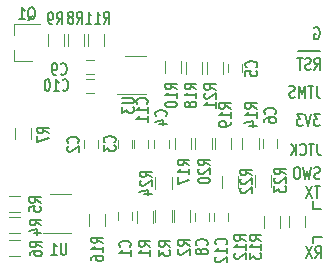
<source format=gbo>
%TF.GenerationSoftware,KiCad,Pcbnew,4.0.7*%
%TF.CreationDate,2017-11-19T11:54:36+08:00*%
%TF.ProjectId,ST-Link V2.1,53542D4C696E6B2056322E312E6B6963,rev?*%
%TF.FileFunction,Legend,Bot*%
%FSLAX46Y46*%
G04 Gerber Fmt 4.6, Leading zero omitted, Abs format (unit mm)*
G04 Created by KiCad (PCBNEW 4.0.7) date 11/19/17 11:54:36*
%MOMM*%
%LPD*%
G01*
G04 APERTURE LIST*
%ADD10C,0.100000*%
%ADD11C,0.200000*%
%ADD12C,0.120000*%
G04 APERTURE END LIST*
D10*
D11*
X145700000Y-117400000D02*
X145700000Y-117900000D01*
X145700000Y-117400000D02*
X146500000Y-117400000D01*
X145700000Y-115000000D02*
X146400000Y-115000000D01*
X145700000Y-114300000D02*
X145700000Y-115000000D01*
X145933333Y-119152381D02*
X146200000Y-118676190D01*
X146390476Y-119152381D02*
X146390476Y-118152381D01*
X146085714Y-118152381D01*
X146009523Y-118200000D01*
X145971428Y-118247619D01*
X145933333Y-118342857D01*
X145933333Y-118485714D01*
X145971428Y-118580952D01*
X146009523Y-118628571D01*
X146085714Y-118676190D01*
X146390476Y-118676190D01*
X145666666Y-118152381D02*
X145133333Y-119152381D01*
X145133333Y-118152381D02*
X145666666Y-119152381D01*
X146309524Y-113052381D02*
X145852381Y-113052381D01*
X146080952Y-114052381D02*
X146080952Y-113052381D01*
X145661904Y-113052381D02*
X145128571Y-114052381D01*
X145128571Y-113052381D02*
X145661904Y-114052381D01*
X146304762Y-112404762D02*
X146190476Y-112452381D01*
X146000000Y-112452381D01*
X145923810Y-112404762D01*
X145885714Y-112357143D01*
X145847619Y-112261905D01*
X145847619Y-112166667D01*
X145885714Y-112071429D01*
X145923810Y-112023810D01*
X146000000Y-111976190D01*
X146152381Y-111928571D01*
X146228572Y-111880952D01*
X146266667Y-111833333D01*
X146304762Y-111738095D01*
X146304762Y-111642857D01*
X146266667Y-111547619D01*
X146228572Y-111500000D01*
X146152381Y-111452381D01*
X145961905Y-111452381D01*
X145847619Y-111500000D01*
X145580952Y-111452381D02*
X145390476Y-112452381D01*
X145238095Y-111738095D01*
X145085714Y-112452381D01*
X144895238Y-111452381D01*
X144438095Y-111452381D02*
X144285714Y-111452381D01*
X144209523Y-111500000D01*
X144133333Y-111595238D01*
X144095238Y-111785714D01*
X144095238Y-112119048D01*
X144133333Y-112309524D01*
X144209523Y-112404762D01*
X144285714Y-112452381D01*
X144438095Y-112452381D01*
X144514285Y-112404762D01*
X144590476Y-112309524D01*
X144628571Y-112119048D01*
X144628571Y-111785714D01*
X144590476Y-111595238D01*
X144514285Y-111500000D01*
X144438095Y-111452381D01*
X146090476Y-109452381D02*
X146090476Y-110166667D01*
X146128572Y-110309524D01*
X146204762Y-110404762D01*
X146319048Y-110452381D01*
X146395238Y-110452381D01*
X145823810Y-109452381D02*
X145366667Y-109452381D01*
X145595238Y-110452381D02*
X145595238Y-109452381D01*
X144642857Y-110357143D02*
X144680952Y-110404762D01*
X144795238Y-110452381D01*
X144871428Y-110452381D01*
X144985714Y-110404762D01*
X145061905Y-110309524D01*
X145100000Y-110214286D01*
X145138095Y-110023810D01*
X145138095Y-109880952D01*
X145100000Y-109690476D01*
X145061905Y-109595238D01*
X144985714Y-109500000D01*
X144871428Y-109452381D01*
X144795238Y-109452381D01*
X144680952Y-109500000D01*
X144642857Y-109547619D01*
X144300000Y-110452381D02*
X144300000Y-109452381D01*
X143842857Y-110452381D02*
X144185714Y-109880952D01*
X143842857Y-109452381D02*
X144300000Y-110023810D01*
X146290476Y-106952381D02*
X145795238Y-106952381D01*
X146061905Y-107333333D01*
X145947619Y-107333333D01*
X145871429Y-107380952D01*
X145833333Y-107428571D01*
X145795238Y-107523810D01*
X145795238Y-107761905D01*
X145833333Y-107857143D01*
X145871429Y-107904762D01*
X145947619Y-107952381D01*
X146176191Y-107952381D01*
X146252381Y-107904762D01*
X146290476Y-107857143D01*
X145566667Y-106952381D02*
X145300000Y-107952381D01*
X145033333Y-106952381D01*
X144842857Y-106952381D02*
X144347619Y-106952381D01*
X144614286Y-107333333D01*
X144500000Y-107333333D01*
X144423810Y-107380952D01*
X144385714Y-107428571D01*
X144347619Y-107523810D01*
X144347619Y-107761905D01*
X144385714Y-107857143D01*
X144423810Y-107904762D01*
X144500000Y-107952381D01*
X144728572Y-107952381D01*
X144804762Y-107904762D01*
X144842857Y-107857143D01*
X146028571Y-104552381D02*
X146028571Y-105266667D01*
X146066667Y-105409524D01*
X146142857Y-105504762D01*
X146257143Y-105552381D01*
X146333333Y-105552381D01*
X145761905Y-104552381D02*
X145304762Y-104552381D01*
X145533333Y-105552381D02*
X145533333Y-104552381D01*
X145038095Y-105552381D02*
X145038095Y-104552381D01*
X144771428Y-105266667D01*
X144504761Y-104552381D01*
X144504761Y-105552381D01*
X144161904Y-105504762D02*
X144047618Y-105552381D01*
X143857142Y-105552381D01*
X143780952Y-105504762D01*
X143742856Y-105457143D01*
X143704761Y-105361905D01*
X143704761Y-105266667D01*
X143742856Y-105171429D01*
X143780952Y-105123810D01*
X143857142Y-105076190D01*
X144009523Y-105028571D01*
X144085714Y-104980952D01*
X144123809Y-104933333D01*
X144161904Y-104838095D01*
X144161904Y-104742857D01*
X144123809Y-104647619D01*
X144085714Y-104600000D01*
X144009523Y-104552381D01*
X143819047Y-104552381D01*
X143704761Y-104600000D01*
X146314286Y-101597619D02*
X145704762Y-101597619D01*
X145704762Y-101597619D02*
X145095238Y-101597619D01*
X145095238Y-101597619D02*
X144485714Y-101597619D01*
X145838095Y-103202381D02*
X146104762Y-102726190D01*
X146295238Y-103202381D02*
X146295238Y-102202381D01*
X145990476Y-102202381D01*
X145914285Y-102250000D01*
X145876190Y-102297619D01*
X145838095Y-102392857D01*
X145838095Y-102535714D01*
X145876190Y-102630952D01*
X145914285Y-102678571D01*
X145990476Y-102726190D01*
X146295238Y-102726190D01*
X145533333Y-103154762D02*
X145419047Y-103202381D01*
X145228571Y-103202381D01*
X145152381Y-103154762D01*
X145114285Y-103107143D01*
X145076190Y-103011905D01*
X145076190Y-102916667D01*
X145114285Y-102821429D01*
X145152381Y-102773810D01*
X145228571Y-102726190D01*
X145380952Y-102678571D01*
X145457143Y-102630952D01*
X145495238Y-102583333D01*
X145533333Y-102488095D01*
X145533333Y-102392857D01*
X145495238Y-102297619D01*
X145457143Y-102250000D01*
X145380952Y-102202381D01*
X145190476Y-102202381D01*
X145076190Y-102250000D01*
X144847619Y-102202381D02*
X144390476Y-102202381D01*
X144619047Y-103202381D02*
X144619047Y-102202381D01*
X145840476Y-99650000D02*
X145916667Y-99602381D01*
X146030952Y-99602381D01*
X146145238Y-99650000D01*
X146221429Y-99745238D01*
X146259524Y-99840476D01*
X146297619Y-100030952D01*
X146297619Y-100173810D01*
X146259524Y-100364286D01*
X146221429Y-100459524D01*
X146145238Y-100554762D01*
X146030952Y-100602381D01*
X145954762Y-100602381D01*
X145840476Y-100554762D01*
X145802381Y-100507143D01*
X145802381Y-100173810D01*
X145954762Y-100173810D01*
D12*
X133745000Y-113290000D02*
X133745000Y-112290000D01*
X132385000Y-112290000D02*
X132385000Y-113290000D01*
X140820000Y-112110000D02*
X140820000Y-113110000D01*
X142180000Y-113110000D02*
X142180000Y-112110000D01*
X139400000Y-113220000D02*
X139400000Y-112220000D01*
X138040000Y-112220000D02*
X138040000Y-113220000D01*
X134990000Y-102550000D02*
X134990000Y-103550000D01*
X136350000Y-103550000D02*
X136350000Y-102550000D01*
X134041600Y-108940000D02*
X134041600Y-109940000D01*
X135401600Y-109940000D02*
X135401600Y-108940000D01*
X135720000Y-115320000D02*
X135720000Y-116020000D01*
X136920000Y-116020000D02*
X136920000Y-115320000D01*
X142662200Y-109790000D02*
X142662200Y-109090000D01*
X141462200Y-109090000D02*
X141462200Y-109790000D01*
X139700000Y-103400000D02*
X139700000Y-102700000D01*
X138500000Y-102700000D02*
X138500000Y-103400000D01*
X133492800Y-109849400D02*
X133492800Y-109149400D01*
X132292800Y-109149400D02*
X132292800Y-109849400D01*
X126790000Y-115400000D02*
X126790000Y-116400000D01*
X128150000Y-116400000D02*
X128150000Y-115400000D01*
X145060912Y-116546150D02*
X145060912Y-115546150D01*
X143700912Y-115546150D02*
X143700912Y-116546150D01*
X141543600Y-115577000D02*
X141543600Y-116577000D01*
X142903600Y-116577000D02*
X142903600Y-115577000D01*
X123470000Y-113760000D02*
X125270000Y-113760000D01*
X125270000Y-116980000D02*
X122820000Y-116980000D01*
X138070000Y-103550000D02*
X138070000Y-102550000D01*
X136710000Y-102550000D02*
X136710000Y-103550000D01*
X137128800Y-109940000D02*
X137128800Y-108940000D01*
X135768800Y-108940000D02*
X135768800Y-109940000D01*
X137419800Y-108940000D02*
X137419800Y-109940000D01*
X138779800Y-109940000D02*
X138779800Y-108940000D01*
X141110000Y-109940000D02*
X141110000Y-108940000D01*
X139750000Y-108940000D02*
X139750000Y-109940000D01*
X128016200Y-101213400D02*
X128016200Y-100213400D01*
X126656200Y-100213400D02*
X126656200Y-101213400D01*
X134550000Y-103480000D02*
X134550000Y-102480000D01*
X133190000Y-102480000D02*
X133190000Y-103480000D01*
X123303400Y-100213400D02*
X123303400Y-101213400D01*
X124663400Y-101213400D02*
X124663400Y-100213400D01*
X126339800Y-101213400D02*
X126339800Y-100213400D01*
X124979800Y-100213400D02*
X124979800Y-101213400D01*
X121850200Y-109100000D02*
X121850200Y-108100000D01*
X120490200Y-108100000D02*
X120490200Y-109100000D01*
X119950000Y-119005000D02*
X120950000Y-119005000D01*
X120950000Y-117645000D02*
X119950000Y-117645000D01*
X119950000Y-115230000D02*
X120950000Y-115230000D01*
X120950000Y-113870000D02*
X119950000Y-113870000D01*
X119950000Y-117030000D02*
X120950000Y-117030000D01*
X120950000Y-115670000D02*
X119950000Y-115670000D01*
X133745000Y-116110400D02*
X133745000Y-115110400D01*
X132385000Y-115110400D02*
X132385000Y-116110400D01*
X135345200Y-116110400D02*
X135345200Y-115110400D01*
X133985200Y-115110400D02*
X133985200Y-116110400D01*
X132170200Y-116135800D02*
X132170200Y-115135800D01*
X130810200Y-115135800D02*
X130810200Y-116135800D01*
X120440000Y-102480000D02*
X120440000Y-101550000D01*
X120440000Y-99320000D02*
X120440000Y-100250000D01*
X120440000Y-99320000D02*
X122600000Y-99320000D01*
X120440000Y-102480000D02*
X121900000Y-102480000D01*
X131790000Y-109860000D02*
X131790000Y-109160000D01*
X130590000Y-109160000D02*
X130590000Y-109860000D01*
X127192600Y-102387600D02*
X126492600Y-102387600D01*
X126492600Y-103587600D02*
X127192600Y-103587600D01*
X129210000Y-109150000D02*
X129210000Y-109850000D01*
X130410000Y-109850000D02*
X130410000Y-109150000D01*
X127550000Y-109860000D02*
X127550000Y-109160000D01*
X126350000Y-109160000D02*
X126350000Y-109860000D01*
X130413800Y-115960400D02*
X130413800Y-115260400D01*
X129213800Y-115260400D02*
X129213800Y-115960400D01*
X137340000Y-115320000D02*
X137340000Y-116020000D01*
X138540000Y-116020000D02*
X138540000Y-115320000D01*
X127192600Y-103987800D02*
X126492600Y-103987800D01*
X126492600Y-105187800D02*
X127192600Y-105187800D01*
X129780000Y-102070000D02*
X131580000Y-102070000D01*
X131580000Y-105290000D02*
X129130000Y-105290000D01*
D11*
X132067381Y-112275714D02*
X131591190Y-112009047D01*
X132067381Y-111818571D02*
X131067381Y-111818571D01*
X131067381Y-112123333D01*
X131115000Y-112199524D01*
X131162619Y-112237619D01*
X131257857Y-112275714D01*
X131400714Y-112275714D01*
X131495952Y-112237619D01*
X131543571Y-112199524D01*
X131591190Y-112123333D01*
X131591190Y-111818571D01*
X131162619Y-112580476D02*
X131115000Y-112618571D01*
X131067381Y-112694762D01*
X131067381Y-112885238D01*
X131115000Y-112961428D01*
X131162619Y-112999524D01*
X131257857Y-113037619D01*
X131353095Y-113037619D01*
X131495952Y-112999524D01*
X132067381Y-112542381D01*
X132067381Y-113037619D01*
X131400714Y-113723333D02*
X132067381Y-113723333D01*
X131019762Y-113532857D02*
X131734048Y-113342381D01*
X131734048Y-113837619D01*
X143442381Y-112035714D02*
X142966190Y-111769047D01*
X143442381Y-111578571D02*
X142442381Y-111578571D01*
X142442381Y-111883333D01*
X142490000Y-111959524D01*
X142537619Y-111997619D01*
X142632857Y-112035714D01*
X142775714Y-112035714D01*
X142870952Y-111997619D01*
X142918571Y-111959524D01*
X142966190Y-111883333D01*
X142966190Y-111578571D01*
X142537619Y-112340476D02*
X142490000Y-112378571D01*
X142442381Y-112454762D01*
X142442381Y-112645238D01*
X142490000Y-112721428D01*
X142537619Y-112759524D01*
X142632857Y-112797619D01*
X142728095Y-112797619D01*
X142870952Y-112759524D01*
X143442381Y-112302381D01*
X143442381Y-112797619D01*
X142442381Y-113064286D02*
X142442381Y-113559524D01*
X142823333Y-113292857D01*
X142823333Y-113407143D01*
X142870952Y-113483333D01*
X142918571Y-113521429D01*
X143013810Y-113559524D01*
X143251905Y-113559524D01*
X143347143Y-113521429D01*
X143394762Y-113483333D01*
X143442381Y-113407143D01*
X143442381Y-113178571D01*
X143394762Y-113102381D01*
X143347143Y-113064286D01*
X140552381Y-112135714D02*
X140076190Y-111869047D01*
X140552381Y-111678571D02*
X139552381Y-111678571D01*
X139552381Y-111983333D01*
X139600000Y-112059524D01*
X139647619Y-112097619D01*
X139742857Y-112135714D01*
X139885714Y-112135714D01*
X139980952Y-112097619D01*
X140028571Y-112059524D01*
X140076190Y-111983333D01*
X140076190Y-111678571D01*
X139647619Y-112440476D02*
X139600000Y-112478571D01*
X139552381Y-112554762D01*
X139552381Y-112745238D01*
X139600000Y-112821428D01*
X139647619Y-112859524D01*
X139742857Y-112897619D01*
X139838095Y-112897619D01*
X139980952Y-112859524D01*
X140552381Y-112402381D01*
X140552381Y-112897619D01*
X139647619Y-113202381D02*
X139600000Y-113240476D01*
X139552381Y-113316667D01*
X139552381Y-113507143D01*
X139600000Y-113583333D01*
X139647619Y-113621429D01*
X139742857Y-113659524D01*
X139838095Y-113659524D01*
X139980952Y-113621429D01*
X140552381Y-113164286D01*
X140552381Y-113659524D01*
X135852381Y-104835714D02*
X135376190Y-104569047D01*
X135852381Y-104378571D02*
X134852381Y-104378571D01*
X134852381Y-104683333D01*
X134900000Y-104759524D01*
X134947619Y-104797619D01*
X135042857Y-104835714D01*
X135185714Y-104835714D01*
X135280952Y-104797619D01*
X135328571Y-104759524D01*
X135376190Y-104683333D01*
X135376190Y-104378571D01*
X135852381Y-105597619D02*
X135852381Y-105140476D01*
X135852381Y-105369047D02*
X134852381Y-105369047D01*
X134995238Y-105292857D01*
X135090476Y-105216666D01*
X135138095Y-105140476D01*
X135280952Y-106054762D02*
X135233333Y-105978571D01*
X135185714Y-105940476D01*
X135090476Y-105902381D01*
X135042857Y-105902381D01*
X134947619Y-105940476D01*
X134900000Y-105978571D01*
X134852381Y-106054762D01*
X134852381Y-106207143D01*
X134900000Y-106283333D01*
X134947619Y-106321429D01*
X135042857Y-106359524D01*
X135090476Y-106359524D01*
X135185714Y-106321429D01*
X135233333Y-106283333D01*
X135280952Y-106207143D01*
X135280952Y-106054762D01*
X135328571Y-105978571D01*
X135376190Y-105940476D01*
X135471429Y-105902381D01*
X135661905Y-105902381D01*
X135757143Y-105940476D01*
X135804762Y-105978571D01*
X135852381Y-106054762D01*
X135852381Y-106207143D01*
X135804762Y-106283333D01*
X135757143Y-106321429D01*
X135661905Y-106359524D01*
X135471429Y-106359524D01*
X135376190Y-106321429D01*
X135328571Y-106283333D01*
X135280952Y-106207143D01*
X135252381Y-111285714D02*
X134776190Y-111019047D01*
X135252381Y-110828571D02*
X134252381Y-110828571D01*
X134252381Y-111133333D01*
X134300000Y-111209524D01*
X134347619Y-111247619D01*
X134442857Y-111285714D01*
X134585714Y-111285714D01*
X134680952Y-111247619D01*
X134728571Y-111209524D01*
X134776190Y-111133333D01*
X134776190Y-110828571D01*
X135252381Y-112047619D02*
X135252381Y-111590476D01*
X135252381Y-111819047D02*
X134252381Y-111819047D01*
X134395238Y-111742857D01*
X134490476Y-111666666D01*
X134538095Y-111590476D01*
X134252381Y-112314286D02*
X134252381Y-112847619D01*
X135252381Y-112504762D01*
X136707143Y-118066667D02*
X136754762Y-118028572D01*
X136802381Y-117914286D01*
X136802381Y-117838096D01*
X136754762Y-117723810D01*
X136659524Y-117647619D01*
X136564286Y-117609524D01*
X136373810Y-117571429D01*
X136230952Y-117571429D01*
X136040476Y-117609524D01*
X135945238Y-117647619D01*
X135850000Y-117723810D01*
X135802381Y-117838096D01*
X135802381Y-117914286D01*
X135850000Y-118028572D01*
X135897619Y-118066667D01*
X136230952Y-118523810D02*
X136183333Y-118447619D01*
X136135714Y-118409524D01*
X136040476Y-118371429D01*
X135992857Y-118371429D01*
X135897619Y-118409524D01*
X135850000Y-118447619D01*
X135802381Y-118523810D01*
X135802381Y-118676191D01*
X135850000Y-118752381D01*
X135897619Y-118790477D01*
X135992857Y-118828572D01*
X136040476Y-118828572D01*
X136135714Y-118790477D01*
X136183333Y-118752381D01*
X136230952Y-118676191D01*
X136230952Y-118523810D01*
X136278571Y-118447619D01*
X136326190Y-118409524D01*
X136421429Y-118371429D01*
X136611905Y-118371429D01*
X136707143Y-118409524D01*
X136754762Y-118447619D01*
X136802381Y-118523810D01*
X136802381Y-118676191D01*
X136754762Y-118752381D01*
X136707143Y-118790477D01*
X136611905Y-118828572D01*
X136421429Y-118828572D01*
X136326190Y-118790477D01*
X136278571Y-118752381D01*
X136230952Y-118676191D01*
X142507143Y-106916667D02*
X142554762Y-106878572D01*
X142602381Y-106764286D01*
X142602381Y-106688096D01*
X142554762Y-106573810D01*
X142459524Y-106497619D01*
X142364286Y-106459524D01*
X142173810Y-106421429D01*
X142030952Y-106421429D01*
X141840476Y-106459524D01*
X141745238Y-106497619D01*
X141650000Y-106573810D01*
X141602381Y-106688096D01*
X141602381Y-106764286D01*
X141650000Y-106878572D01*
X141697619Y-106916667D01*
X141602381Y-107602381D02*
X141602381Y-107450000D01*
X141650000Y-107373810D01*
X141697619Y-107335715D01*
X141840476Y-107259524D01*
X142030952Y-107221429D01*
X142411905Y-107221429D01*
X142507143Y-107259524D01*
X142554762Y-107297619D01*
X142602381Y-107373810D01*
X142602381Y-107526191D01*
X142554762Y-107602381D01*
X142507143Y-107640477D01*
X142411905Y-107678572D01*
X142173810Y-107678572D01*
X142078571Y-107640477D01*
X142030952Y-107602381D01*
X141983333Y-107526191D01*
X141983333Y-107373810D01*
X142030952Y-107297619D01*
X142078571Y-107259524D01*
X142173810Y-107221429D01*
X140907143Y-102966667D02*
X140954762Y-102928572D01*
X141002381Y-102814286D01*
X141002381Y-102738096D01*
X140954762Y-102623810D01*
X140859524Y-102547619D01*
X140764286Y-102509524D01*
X140573810Y-102471429D01*
X140430952Y-102471429D01*
X140240476Y-102509524D01*
X140145238Y-102547619D01*
X140050000Y-102623810D01*
X140002381Y-102738096D01*
X140002381Y-102814286D01*
X140050000Y-102928572D01*
X140097619Y-102966667D01*
X140002381Y-103690477D02*
X140002381Y-103309524D01*
X140478571Y-103271429D01*
X140430952Y-103309524D01*
X140383333Y-103385715D01*
X140383333Y-103576191D01*
X140430952Y-103652381D01*
X140478571Y-103690477D01*
X140573810Y-103728572D01*
X140811905Y-103728572D01*
X140907143Y-103690477D01*
X140954762Y-103652381D01*
X141002381Y-103576191D01*
X141002381Y-103385715D01*
X140954762Y-103309524D01*
X140907143Y-103271429D01*
X133257143Y-107116667D02*
X133304762Y-107078572D01*
X133352381Y-106964286D01*
X133352381Y-106888096D01*
X133304762Y-106773810D01*
X133209524Y-106697619D01*
X133114286Y-106659524D01*
X132923810Y-106621429D01*
X132780952Y-106621429D01*
X132590476Y-106659524D01*
X132495238Y-106697619D01*
X132400000Y-106773810D01*
X132352381Y-106888096D01*
X132352381Y-106964286D01*
X132400000Y-107078572D01*
X132447619Y-107116667D01*
X132685714Y-107802381D02*
X133352381Y-107802381D01*
X132304762Y-107611905D02*
X133019048Y-107421429D01*
X133019048Y-107916667D01*
X127952381Y-117860714D02*
X127476190Y-117594047D01*
X127952381Y-117403571D02*
X126952381Y-117403571D01*
X126952381Y-117708333D01*
X127000000Y-117784524D01*
X127047619Y-117822619D01*
X127142857Y-117860714D01*
X127285714Y-117860714D01*
X127380952Y-117822619D01*
X127428571Y-117784524D01*
X127476190Y-117708333D01*
X127476190Y-117403571D01*
X127952381Y-118622619D02*
X127952381Y-118165476D01*
X127952381Y-118394047D02*
X126952381Y-118394047D01*
X127095238Y-118317857D01*
X127190476Y-118241666D01*
X127238095Y-118165476D01*
X126952381Y-119308333D02*
X126952381Y-119155952D01*
X127000000Y-119079762D01*
X127047619Y-119041667D01*
X127190476Y-118965476D01*
X127380952Y-118927381D01*
X127761905Y-118927381D01*
X127857143Y-118965476D01*
X127904762Y-119003571D01*
X127952381Y-119079762D01*
X127952381Y-119232143D01*
X127904762Y-119308333D01*
X127857143Y-119346429D01*
X127761905Y-119384524D01*
X127523810Y-119384524D01*
X127428571Y-119346429D01*
X127380952Y-119308333D01*
X127333333Y-119232143D01*
X127333333Y-119079762D01*
X127380952Y-119003571D01*
X127428571Y-118965476D01*
X127523810Y-118927381D01*
X141352381Y-117685714D02*
X140876190Y-117419047D01*
X141352381Y-117228571D02*
X140352381Y-117228571D01*
X140352381Y-117533333D01*
X140400000Y-117609524D01*
X140447619Y-117647619D01*
X140542857Y-117685714D01*
X140685714Y-117685714D01*
X140780952Y-117647619D01*
X140828571Y-117609524D01*
X140876190Y-117533333D01*
X140876190Y-117228571D01*
X141352381Y-118447619D02*
X141352381Y-117990476D01*
X141352381Y-118219047D02*
X140352381Y-118219047D01*
X140495238Y-118142857D01*
X140590476Y-118066666D01*
X140638095Y-117990476D01*
X140352381Y-118714286D02*
X140352381Y-119209524D01*
X140733333Y-118942857D01*
X140733333Y-119057143D01*
X140780952Y-119133333D01*
X140828571Y-119171429D01*
X140923810Y-119209524D01*
X141161905Y-119209524D01*
X141257143Y-119171429D01*
X141304762Y-119133333D01*
X141352381Y-119057143D01*
X141352381Y-118828571D01*
X141304762Y-118752381D01*
X141257143Y-118714286D01*
X140052381Y-117685714D02*
X139576190Y-117419047D01*
X140052381Y-117228571D02*
X139052381Y-117228571D01*
X139052381Y-117533333D01*
X139100000Y-117609524D01*
X139147619Y-117647619D01*
X139242857Y-117685714D01*
X139385714Y-117685714D01*
X139480952Y-117647619D01*
X139528571Y-117609524D01*
X139576190Y-117533333D01*
X139576190Y-117228571D01*
X140052381Y-118447619D02*
X140052381Y-117990476D01*
X140052381Y-118219047D02*
X139052381Y-118219047D01*
X139195238Y-118142857D01*
X139290476Y-118066666D01*
X139338095Y-117990476D01*
X139147619Y-118752381D02*
X139100000Y-118790476D01*
X139052381Y-118866667D01*
X139052381Y-119057143D01*
X139100000Y-119133333D01*
X139147619Y-119171429D01*
X139242857Y-119209524D01*
X139338095Y-119209524D01*
X139480952Y-119171429D01*
X140052381Y-118714286D01*
X140052381Y-119209524D01*
X124834524Y-117877381D02*
X124834524Y-118686905D01*
X124796429Y-118782143D01*
X124758333Y-118829762D01*
X124682143Y-118877381D01*
X124529762Y-118877381D01*
X124453571Y-118829762D01*
X124415476Y-118782143D01*
X124377381Y-118686905D01*
X124377381Y-117877381D01*
X123577381Y-118877381D02*
X124034524Y-118877381D01*
X123805953Y-118877381D02*
X123805953Y-117877381D01*
X123882143Y-118020238D01*
X123958334Y-118115476D01*
X124034524Y-118163095D01*
X137502381Y-104885714D02*
X137026190Y-104619047D01*
X137502381Y-104428571D02*
X136502381Y-104428571D01*
X136502381Y-104733333D01*
X136550000Y-104809524D01*
X136597619Y-104847619D01*
X136692857Y-104885714D01*
X136835714Y-104885714D01*
X136930952Y-104847619D01*
X136978571Y-104809524D01*
X137026190Y-104733333D01*
X137026190Y-104428571D01*
X136597619Y-105190476D02*
X136550000Y-105228571D01*
X136502381Y-105304762D01*
X136502381Y-105495238D01*
X136550000Y-105571428D01*
X136597619Y-105609524D01*
X136692857Y-105647619D01*
X136788095Y-105647619D01*
X136930952Y-105609524D01*
X137502381Y-105152381D01*
X137502381Y-105647619D01*
X137502381Y-106409524D02*
X137502381Y-105952381D01*
X137502381Y-106180952D02*
X136502381Y-106180952D01*
X136645238Y-106104762D01*
X136740476Y-106028571D01*
X136788095Y-105952381D01*
X137002381Y-111285714D02*
X136526190Y-111019047D01*
X137002381Y-110828571D02*
X136002381Y-110828571D01*
X136002381Y-111133333D01*
X136050000Y-111209524D01*
X136097619Y-111247619D01*
X136192857Y-111285714D01*
X136335714Y-111285714D01*
X136430952Y-111247619D01*
X136478571Y-111209524D01*
X136526190Y-111133333D01*
X136526190Y-110828571D01*
X136097619Y-111590476D02*
X136050000Y-111628571D01*
X136002381Y-111704762D01*
X136002381Y-111895238D01*
X136050000Y-111971428D01*
X136097619Y-112009524D01*
X136192857Y-112047619D01*
X136288095Y-112047619D01*
X136430952Y-112009524D01*
X137002381Y-111552381D01*
X137002381Y-112047619D01*
X136002381Y-112542857D02*
X136002381Y-112619048D01*
X136050000Y-112695238D01*
X136097619Y-112733333D01*
X136192857Y-112771429D01*
X136383333Y-112809524D01*
X136621429Y-112809524D01*
X136811905Y-112771429D01*
X136907143Y-112733333D01*
X136954762Y-112695238D01*
X137002381Y-112619048D01*
X137002381Y-112542857D01*
X136954762Y-112466667D01*
X136907143Y-112428571D01*
X136811905Y-112390476D01*
X136621429Y-112352381D01*
X136383333Y-112352381D01*
X136192857Y-112390476D01*
X136097619Y-112428571D01*
X136050000Y-112466667D01*
X136002381Y-112542857D01*
X138752381Y-106485714D02*
X138276190Y-106219047D01*
X138752381Y-106028571D02*
X137752381Y-106028571D01*
X137752381Y-106333333D01*
X137800000Y-106409524D01*
X137847619Y-106447619D01*
X137942857Y-106485714D01*
X138085714Y-106485714D01*
X138180952Y-106447619D01*
X138228571Y-106409524D01*
X138276190Y-106333333D01*
X138276190Y-106028571D01*
X138752381Y-107247619D02*
X138752381Y-106790476D01*
X138752381Y-107019047D02*
X137752381Y-107019047D01*
X137895238Y-106942857D01*
X137990476Y-106866666D01*
X138038095Y-106790476D01*
X138752381Y-107628571D02*
X138752381Y-107780952D01*
X138704762Y-107857143D01*
X138657143Y-107895238D01*
X138514286Y-107971429D01*
X138323810Y-108009524D01*
X137942857Y-108009524D01*
X137847619Y-107971429D01*
X137800000Y-107933333D01*
X137752381Y-107857143D01*
X137752381Y-107704762D01*
X137800000Y-107628571D01*
X137847619Y-107590476D01*
X137942857Y-107552381D01*
X138180952Y-107552381D01*
X138276190Y-107590476D01*
X138323810Y-107628571D01*
X138371429Y-107704762D01*
X138371429Y-107857143D01*
X138323810Y-107933333D01*
X138276190Y-107971429D01*
X138180952Y-108009524D01*
X140952381Y-106485714D02*
X140476190Y-106219047D01*
X140952381Y-106028571D02*
X139952381Y-106028571D01*
X139952381Y-106333333D01*
X140000000Y-106409524D01*
X140047619Y-106447619D01*
X140142857Y-106485714D01*
X140285714Y-106485714D01*
X140380952Y-106447619D01*
X140428571Y-106409524D01*
X140476190Y-106333333D01*
X140476190Y-106028571D01*
X140952381Y-107247619D02*
X140952381Y-106790476D01*
X140952381Y-107019047D02*
X139952381Y-107019047D01*
X140095238Y-106942857D01*
X140190476Y-106866666D01*
X140238095Y-106790476D01*
X140285714Y-107933333D02*
X140952381Y-107933333D01*
X139904762Y-107742857D02*
X140619048Y-107552381D01*
X140619048Y-108047619D01*
X128014286Y-99302381D02*
X128280953Y-98826190D01*
X128471429Y-99302381D02*
X128471429Y-98302381D01*
X128166667Y-98302381D01*
X128090476Y-98350000D01*
X128052381Y-98397619D01*
X128014286Y-98492857D01*
X128014286Y-98635714D01*
X128052381Y-98730952D01*
X128090476Y-98778571D01*
X128166667Y-98826190D01*
X128471429Y-98826190D01*
X127252381Y-99302381D02*
X127709524Y-99302381D01*
X127480953Y-99302381D02*
X127480953Y-98302381D01*
X127557143Y-98445238D01*
X127633334Y-98540476D01*
X127709524Y-98588095D01*
X126490476Y-99302381D02*
X126947619Y-99302381D01*
X126719048Y-99302381D02*
X126719048Y-98302381D01*
X126795238Y-98445238D01*
X126871429Y-98540476D01*
X126947619Y-98588095D01*
X134202381Y-104835714D02*
X133726190Y-104569047D01*
X134202381Y-104378571D02*
X133202381Y-104378571D01*
X133202381Y-104683333D01*
X133250000Y-104759524D01*
X133297619Y-104797619D01*
X133392857Y-104835714D01*
X133535714Y-104835714D01*
X133630952Y-104797619D01*
X133678571Y-104759524D01*
X133726190Y-104683333D01*
X133726190Y-104378571D01*
X134202381Y-105597619D02*
X134202381Y-105140476D01*
X134202381Y-105369047D02*
X133202381Y-105369047D01*
X133345238Y-105292857D01*
X133440476Y-105216666D01*
X133488095Y-105140476D01*
X133202381Y-106092857D02*
X133202381Y-106169048D01*
X133250000Y-106245238D01*
X133297619Y-106283333D01*
X133392857Y-106321429D01*
X133583333Y-106359524D01*
X133821429Y-106359524D01*
X134011905Y-106321429D01*
X134107143Y-106283333D01*
X134154762Y-106245238D01*
X134202381Y-106169048D01*
X134202381Y-106092857D01*
X134154762Y-106016667D01*
X134107143Y-105978571D01*
X134011905Y-105940476D01*
X133821429Y-105902381D01*
X133583333Y-105902381D01*
X133392857Y-105940476D01*
X133297619Y-105978571D01*
X133250000Y-106016667D01*
X133202381Y-106092857D01*
X124033333Y-99352381D02*
X124300000Y-98876190D01*
X124490476Y-99352381D02*
X124490476Y-98352381D01*
X124185714Y-98352381D01*
X124109523Y-98400000D01*
X124071428Y-98447619D01*
X124033333Y-98542857D01*
X124033333Y-98685714D01*
X124071428Y-98780952D01*
X124109523Y-98828571D01*
X124185714Y-98876190D01*
X124490476Y-98876190D01*
X123652381Y-99352381D02*
X123500000Y-99352381D01*
X123423809Y-99304762D01*
X123385714Y-99257143D01*
X123309523Y-99114286D01*
X123271428Y-98923810D01*
X123271428Y-98542857D01*
X123309523Y-98447619D01*
X123347619Y-98400000D01*
X123423809Y-98352381D01*
X123576190Y-98352381D01*
X123652381Y-98400000D01*
X123690476Y-98447619D01*
X123728571Y-98542857D01*
X123728571Y-98780952D01*
X123690476Y-98876190D01*
X123652381Y-98923810D01*
X123576190Y-98971429D01*
X123423809Y-98971429D01*
X123347619Y-98923810D01*
X123309523Y-98876190D01*
X123271428Y-98780952D01*
X125733333Y-99302381D02*
X126000000Y-98826190D01*
X126190476Y-99302381D02*
X126190476Y-98302381D01*
X125885714Y-98302381D01*
X125809523Y-98350000D01*
X125771428Y-98397619D01*
X125733333Y-98492857D01*
X125733333Y-98635714D01*
X125771428Y-98730952D01*
X125809523Y-98778571D01*
X125885714Y-98826190D01*
X126190476Y-98826190D01*
X125276190Y-98730952D02*
X125352381Y-98683333D01*
X125390476Y-98635714D01*
X125428571Y-98540476D01*
X125428571Y-98492857D01*
X125390476Y-98397619D01*
X125352381Y-98350000D01*
X125276190Y-98302381D01*
X125123809Y-98302381D01*
X125047619Y-98350000D01*
X125009523Y-98397619D01*
X124971428Y-98492857D01*
X124971428Y-98540476D01*
X125009523Y-98635714D01*
X125047619Y-98683333D01*
X125123809Y-98730952D01*
X125276190Y-98730952D01*
X125352381Y-98778571D01*
X125390476Y-98826190D01*
X125428571Y-98921429D01*
X125428571Y-99111905D01*
X125390476Y-99207143D01*
X125352381Y-99254762D01*
X125276190Y-99302381D01*
X125123809Y-99302381D01*
X125047619Y-99254762D01*
X125009523Y-99207143D01*
X124971428Y-99111905D01*
X124971428Y-98921429D01*
X125009523Y-98826190D01*
X125047619Y-98778571D01*
X125123809Y-98730952D01*
X123352381Y-108557867D02*
X122876190Y-108291200D01*
X123352381Y-108100724D02*
X122352381Y-108100724D01*
X122352381Y-108405486D01*
X122400000Y-108481677D01*
X122447619Y-108519772D01*
X122542857Y-108557867D01*
X122685714Y-108557867D01*
X122780952Y-108519772D01*
X122828571Y-108481677D01*
X122876190Y-108405486D01*
X122876190Y-108100724D01*
X122352381Y-108824534D02*
X122352381Y-109357867D01*
X123352381Y-109015010D01*
X122752381Y-118216667D02*
X122276190Y-117950000D01*
X122752381Y-117759524D02*
X121752381Y-117759524D01*
X121752381Y-118064286D01*
X121800000Y-118140477D01*
X121847619Y-118178572D01*
X121942857Y-118216667D01*
X122085714Y-118216667D01*
X122180952Y-118178572D01*
X122228571Y-118140477D01*
X122276190Y-118064286D01*
X122276190Y-117759524D01*
X121752381Y-118902381D02*
X121752381Y-118750000D01*
X121800000Y-118673810D01*
X121847619Y-118635715D01*
X121990476Y-118559524D01*
X122180952Y-118521429D01*
X122561905Y-118521429D01*
X122657143Y-118559524D01*
X122704762Y-118597619D01*
X122752381Y-118673810D01*
X122752381Y-118826191D01*
X122704762Y-118902381D01*
X122657143Y-118940477D01*
X122561905Y-118978572D01*
X122323810Y-118978572D01*
X122228571Y-118940477D01*
X122180952Y-118902381D01*
X122133333Y-118826191D01*
X122133333Y-118673810D01*
X122180952Y-118597619D01*
X122228571Y-118559524D01*
X122323810Y-118521429D01*
X122685781Y-114443067D02*
X122209590Y-114176400D01*
X122685781Y-113985924D02*
X121685781Y-113985924D01*
X121685781Y-114290686D01*
X121733400Y-114366877D01*
X121781019Y-114404972D01*
X121876257Y-114443067D01*
X122019114Y-114443067D01*
X122114352Y-114404972D01*
X122161971Y-114366877D01*
X122209590Y-114290686D01*
X122209590Y-113985924D01*
X121685781Y-115166877D02*
X121685781Y-114785924D01*
X122161971Y-114747829D01*
X122114352Y-114785924D01*
X122066733Y-114862115D01*
X122066733Y-115052591D01*
X122114352Y-115128781D01*
X122161971Y-115166877D01*
X122257210Y-115204972D01*
X122495305Y-115204972D01*
X122590543Y-115166877D01*
X122638162Y-115128781D01*
X122685781Y-115052591D01*
X122685781Y-114862115D01*
X122638162Y-114785924D01*
X122590543Y-114747829D01*
X122727381Y-116366667D02*
X122251190Y-116100000D01*
X122727381Y-115909524D02*
X121727381Y-115909524D01*
X121727381Y-116214286D01*
X121775000Y-116290477D01*
X121822619Y-116328572D01*
X121917857Y-116366667D01*
X122060714Y-116366667D01*
X122155952Y-116328572D01*
X122203571Y-116290477D01*
X122251190Y-116214286D01*
X122251190Y-115909524D01*
X122060714Y-117052381D02*
X122727381Y-117052381D01*
X121679762Y-116861905D02*
X122394048Y-116671429D01*
X122394048Y-117166667D01*
X133652381Y-118166667D02*
X133176190Y-117900000D01*
X133652381Y-117709524D02*
X132652381Y-117709524D01*
X132652381Y-118014286D01*
X132700000Y-118090477D01*
X132747619Y-118128572D01*
X132842857Y-118166667D01*
X132985714Y-118166667D01*
X133080952Y-118128572D01*
X133128571Y-118090477D01*
X133176190Y-118014286D01*
X133176190Y-117709524D01*
X132652381Y-118433334D02*
X132652381Y-118928572D01*
X133033333Y-118661905D01*
X133033333Y-118776191D01*
X133080952Y-118852381D01*
X133128571Y-118890477D01*
X133223810Y-118928572D01*
X133461905Y-118928572D01*
X133557143Y-118890477D01*
X133604762Y-118852381D01*
X133652381Y-118776191D01*
X133652381Y-118547619D01*
X133604762Y-118471429D01*
X133557143Y-118433334D01*
X135277381Y-118091667D02*
X134801190Y-117825000D01*
X135277381Y-117634524D02*
X134277381Y-117634524D01*
X134277381Y-117939286D01*
X134325000Y-118015477D01*
X134372619Y-118053572D01*
X134467857Y-118091667D01*
X134610714Y-118091667D01*
X134705952Y-118053572D01*
X134753571Y-118015477D01*
X134801190Y-117939286D01*
X134801190Y-117634524D01*
X134372619Y-118396429D02*
X134325000Y-118434524D01*
X134277381Y-118510715D01*
X134277381Y-118701191D01*
X134325000Y-118777381D01*
X134372619Y-118815477D01*
X134467857Y-118853572D01*
X134563095Y-118853572D01*
X134705952Y-118815477D01*
X135277381Y-118358334D01*
X135277381Y-118853572D01*
X131952381Y-118166667D02*
X131476190Y-117900000D01*
X131952381Y-117709524D02*
X130952381Y-117709524D01*
X130952381Y-118014286D01*
X131000000Y-118090477D01*
X131047619Y-118128572D01*
X131142857Y-118166667D01*
X131285714Y-118166667D01*
X131380952Y-118128572D01*
X131428571Y-118090477D01*
X131476190Y-118014286D01*
X131476190Y-117709524D01*
X131952381Y-118928572D02*
X131952381Y-118471429D01*
X131952381Y-118700000D02*
X130952381Y-118700000D01*
X131095238Y-118623810D01*
X131190476Y-118547619D01*
X131238095Y-118471429D01*
X121576190Y-99022619D02*
X121652381Y-98975000D01*
X121728571Y-98879762D01*
X121842857Y-98736905D01*
X121919048Y-98689286D01*
X121995238Y-98689286D01*
X121957143Y-98927381D02*
X122033333Y-98879762D01*
X122109524Y-98784524D01*
X122147619Y-98594048D01*
X122147619Y-98260714D01*
X122109524Y-98070238D01*
X122033333Y-97975000D01*
X121957143Y-97927381D01*
X121804762Y-97927381D01*
X121728571Y-97975000D01*
X121652381Y-98070238D01*
X121614286Y-98260714D01*
X121614286Y-98594048D01*
X121652381Y-98784524D01*
X121728571Y-98879762D01*
X121804762Y-98927381D01*
X121957143Y-98927381D01*
X120852381Y-98927381D02*
X121309524Y-98927381D01*
X121080953Y-98927381D02*
X121080953Y-97927381D01*
X121157143Y-98070238D01*
X121233334Y-98165476D01*
X121309524Y-98213095D01*
X131657143Y-106085714D02*
X131704762Y-106047619D01*
X131752381Y-105933333D01*
X131752381Y-105857143D01*
X131704762Y-105742857D01*
X131609524Y-105666666D01*
X131514286Y-105628571D01*
X131323810Y-105590476D01*
X131180952Y-105590476D01*
X130990476Y-105628571D01*
X130895238Y-105666666D01*
X130800000Y-105742857D01*
X130752381Y-105857143D01*
X130752381Y-105933333D01*
X130800000Y-106047619D01*
X130847619Y-106085714D01*
X131752381Y-106847619D02*
X131752381Y-106390476D01*
X131752381Y-106619047D02*
X130752381Y-106619047D01*
X130895238Y-106542857D01*
X130990476Y-106466666D01*
X131038095Y-106390476D01*
X131752381Y-107609524D02*
X131752381Y-107152381D01*
X131752381Y-107380952D02*
X130752381Y-107380952D01*
X130895238Y-107304762D01*
X130990476Y-107228571D01*
X131038095Y-107152381D01*
X124358333Y-103532143D02*
X124396428Y-103579762D01*
X124510714Y-103627381D01*
X124586904Y-103627381D01*
X124701190Y-103579762D01*
X124777381Y-103484524D01*
X124815476Y-103389286D01*
X124853571Y-103198810D01*
X124853571Y-103055952D01*
X124815476Y-102865476D01*
X124777381Y-102770238D01*
X124701190Y-102675000D01*
X124586904Y-102627381D01*
X124510714Y-102627381D01*
X124396428Y-102675000D01*
X124358333Y-102722619D01*
X123977381Y-103627381D02*
X123825000Y-103627381D01*
X123748809Y-103579762D01*
X123710714Y-103532143D01*
X123634523Y-103389286D01*
X123596428Y-103198810D01*
X123596428Y-102817857D01*
X123634523Y-102722619D01*
X123672619Y-102675000D01*
X123748809Y-102627381D01*
X123901190Y-102627381D01*
X123977381Y-102675000D01*
X124015476Y-102722619D01*
X124053571Y-102817857D01*
X124053571Y-103055952D01*
X124015476Y-103151190D01*
X123977381Y-103198810D01*
X123901190Y-103246429D01*
X123748809Y-103246429D01*
X123672619Y-103198810D01*
X123634523Y-103151190D01*
X123596428Y-103055952D01*
X128907143Y-109316667D02*
X128954762Y-109278572D01*
X129002381Y-109164286D01*
X129002381Y-109088096D01*
X128954762Y-108973810D01*
X128859524Y-108897619D01*
X128764286Y-108859524D01*
X128573810Y-108821429D01*
X128430952Y-108821429D01*
X128240476Y-108859524D01*
X128145238Y-108897619D01*
X128050000Y-108973810D01*
X128002381Y-109088096D01*
X128002381Y-109164286D01*
X128050000Y-109278572D01*
X128097619Y-109316667D01*
X128002381Y-109583334D02*
X128002381Y-110078572D01*
X128383333Y-109811905D01*
X128383333Y-109926191D01*
X128430952Y-110002381D01*
X128478571Y-110040477D01*
X128573810Y-110078572D01*
X128811905Y-110078572D01*
X128907143Y-110040477D01*
X128954762Y-110002381D01*
X129002381Y-109926191D01*
X129002381Y-109697619D01*
X128954762Y-109621429D01*
X128907143Y-109583334D01*
X125807143Y-109376667D02*
X125854762Y-109338572D01*
X125902381Y-109224286D01*
X125902381Y-109148096D01*
X125854762Y-109033810D01*
X125759524Y-108957619D01*
X125664286Y-108919524D01*
X125473810Y-108881429D01*
X125330952Y-108881429D01*
X125140476Y-108919524D01*
X125045238Y-108957619D01*
X124950000Y-109033810D01*
X124902381Y-109148096D01*
X124902381Y-109224286D01*
X124950000Y-109338572D01*
X124997619Y-109376667D01*
X124997619Y-109681429D02*
X124950000Y-109719524D01*
X124902381Y-109795715D01*
X124902381Y-109986191D01*
X124950000Y-110062381D01*
X124997619Y-110100477D01*
X125092857Y-110138572D01*
X125188095Y-110138572D01*
X125330952Y-110100477D01*
X125902381Y-109643334D01*
X125902381Y-110138572D01*
X130207143Y-118166667D02*
X130254762Y-118128572D01*
X130302381Y-118014286D01*
X130302381Y-117938096D01*
X130254762Y-117823810D01*
X130159524Y-117747619D01*
X130064286Y-117709524D01*
X129873810Y-117671429D01*
X129730952Y-117671429D01*
X129540476Y-117709524D01*
X129445238Y-117747619D01*
X129350000Y-117823810D01*
X129302381Y-117938096D01*
X129302381Y-118014286D01*
X129350000Y-118128572D01*
X129397619Y-118166667D01*
X130302381Y-118928572D02*
X130302381Y-118471429D01*
X130302381Y-118700000D02*
X129302381Y-118700000D01*
X129445238Y-118623810D01*
X129540476Y-118547619D01*
X129588095Y-118471429D01*
X138357143Y-117985714D02*
X138404762Y-117947619D01*
X138452381Y-117833333D01*
X138452381Y-117757143D01*
X138404762Y-117642857D01*
X138309524Y-117566666D01*
X138214286Y-117528571D01*
X138023810Y-117490476D01*
X137880952Y-117490476D01*
X137690476Y-117528571D01*
X137595238Y-117566666D01*
X137500000Y-117642857D01*
X137452381Y-117757143D01*
X137452381Y-117833333D01*
X137500000Y-117947619D01*
X137547619Y-117985714D01*
X138452381Y-118747619D02*
X138452381Y-118290476D01*
X138452381Y-118519047D02*
X137452381Y-118519047D01*
X137595238Y-118442857D01*
X137690476Y-118366666D01*
X137738095Y-118290476D01*
X137547619Y-119052381D02*
X137500000Y-119090476D01*
X137452381Y-119166667D01*
X137452381Y-119357143D01*
X137500000Y-119433333D01*
X137547619Y-119471429D01*
X137642857Y-119509524D01*
X137738095Y-119509524D01*
X137880952Y-119471429D01*
X138452381Y-119014286D01*
X138452381Y-119509524D01*
X124514286Y-104907143D02*
X124552381Y-104954762D01*
X124666667Y-105002381D01*
X124742857Y-105002381D01*
X124857143Y-104954762D01*
X124933334Y-104859524D01*
X124971429Y-104764286D01*
X125009524Y-104573810D01*
X125009524Y-104430952D01*
X124971429Y-104240476D01*
X124933334Y-104145238D01*
X124857143Y-104050000D01*
X124742857Y-104002381D01*
X124666667Y-104002381D01*
X124552381Y-104050000D01*
X124514286Y-104097619D01*
X123752381Y-105002381D02*
X124209524Y-105002381D01*
X123980953Y-105002381D02*
X123980953Y-104002381D01*
X124057143Y-104145238D01*
X124133334Y-104240476D01*
X124209524Y-104288095D01*
X123257143Y-104002381D02*
X123180952Y-104002381D01*
X123104762Y-104050000D01*
X123066667Y-104097619D01*
X123028571Y-104192857D01*
X122990476Y-104383333D01*
X122990476Y-104621429D01*
X123028571Y-104811905D01*
X123066667Y-104907143D01*
X123104762Y-104954762D01*
X123180952Y-105002381D01*
X123257143Y-105002381D01*
X123333333Y-104954762D01*
X123371429Y-104907143D01*
X123409524Y-104811905D01*
X123447619Y-104621429D01*
X123447619Y-104383333D01*
X123409524Y-104192857D01*
X123371429Y-104097619D01*
X123333333Y-104050000D01*
X123257143Y-104002381D01*
X129552381Y-105590476D02*
X130361905Y-105590476D01*
X130457143Y-105628571D01*
X130504762Y-105666667D01*
X130552381Y-105742857D01*
X130552381Y-105895238D01*
X130504762Y-105971429D01*
X130457143Y-106009524D01*
X130361905Y-106047619D01*
X129552381Y-106047619D01*
X129552381Y-106352381D02*
X129552381Y-106847619D01*
X129933333Y-106580952D01*
X129933333Y-106695238D01*
X129980952Y-106771428D01*
X130028571Y-106809524D01*
X130123810Y-106847619D01*
X130361905Y-106847619D01*
X130457143Y-106809524D01*
X130504762Y-106771428D01*
X130552381Y-106695238D01*
X130552381Y-106466666D01*
X130504762Y-106390476D01*
X130457143Y-106352381D01*
M02*

</source>
